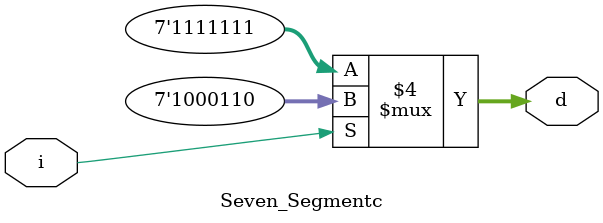
<source format=v>
module Seven_Segmentc(i,d);
  
  parameter output_bit = 7;
  
  input i;
  output [output_bit-1:0]d;
  
  reg [output_bit-1:0]d;
  
 
  always @(*) begin
	 if(i == 1'b1) d <= 7'b100_0110; //C
	 else d<=7'b111_1111;
    end
  endmodule


</source>
